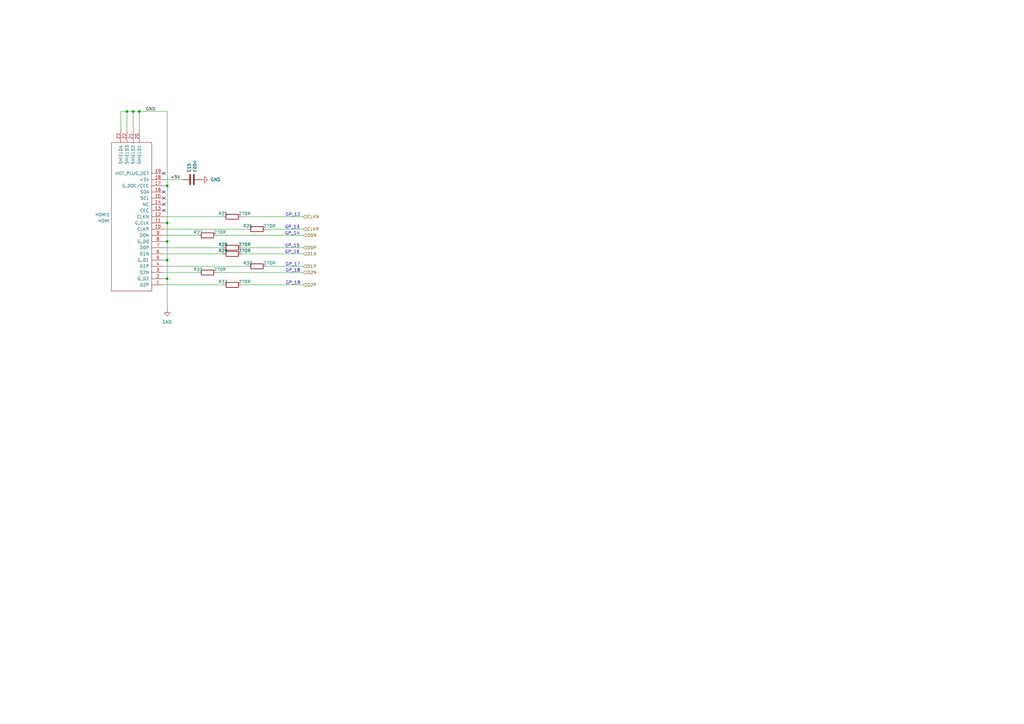
<source format=kicad_sch>
(kicad_sch (version 20231120) (generator "eeschema") (generator_version "8.0")
  (paper "A3")
  (title_block (title "Valera") (date "2025-01-08") (rev "1.0") (company "Mikhail Matveev") (comment 1 "https://github.com/xtremespb/valera"))
  (lib_symbols
    (symbol "Device:C" (pin_numbers hide) (pin_names (offset 0.254))
      (property "Reference" "C" (at 0.635 2.54 0))
      (property "Value" "C" (at 0.635 -2.54 0))
      (symbol "C_0_1"
        (polyline (pts (xy -2.032 -0.762) (xy 2.032 -0.762)) (stroke (width 0.508)))
        (polyline (pts (xy -2.032 0.762) (xy 2.032 0.762)) (stroke (width 0.508)))
      )
      (symbol "C_1_1"
        (pin passive line (at 0 3.81 270) (length 2.794) (name "~") (number "1"))
        (pin passive line (at 0 -3.81 90) (length 2.794) (name "~") (number "2"))
      )
    )
    (symbol "Device:R" (pin_numbers hide) (pin_names (offset 0))
      (property "Reference" "R" (at 2.032 0 90))
      (property "Value" "R" (at 0 0 90))
      (symbol "R_0_1"
        (rectangle (start -1.016 -2.54) (end 1.016 2.54) (stroke (width 0.254)))
      )
      (symbol "R_1_1"
        (pin passive line (at 0 3.81 270) (length 1.27) (name "~") (number "1"))
        (pin passive line (at 0 -3.81 90) (length 1.27) (name "~") (number "2"))
      )
    )
    (symbol "GND_2" (power) (pin_numbers hide) (pin_names (offset 0) hide)
      (property "Value" "GND" (at 0 -3.81 0))
      (symbol "GND_2_0_1"
        (polyline (pts (xy 0 0) (xy 0 -1.27) (xy 1.27 -1.27) (xy 0 -2.54) (xy -1.27 -1.27) (xy 0 -1.27)))
      )
      (symbol "GND_2_1_1"
        (pin power_in line (at 0 0 270) (length 0) (name "~") (number "1"))
      )
    )
    (symbol "R40:HDMI" (pin_names (offset 1.016))
      (property "Reference" "CN" (at -1.27 16.51 0))
      (property "Value" "HDMI" (at 7.62 16.51 0))
      (symbol "HDMI_0_1"
        (rectangle (start -5.08 15.24) (end 11.43 -45.72))
      )
      (symbol "HDMI_1_1"
        (pin input line (at -10.16 12.7 0) (length 5.08) (name "D2P") (number "1"))
        (pin input line (at -10.16 -10.16 0) (length 5.08) (name "CLKP") (number "10"))
        (pin input line (at -10.16 -12.7 0) (length 5.08) (name "G_CLK") (number "11"))
        (pin input line (at -10.16 -15.24 0) (length 5.08) (name "CLKN") (number "12"))
        (pin input line (at -10.16 -17.78 0) (length 5.08) (name "CEC") (number "13"))
        (pin input line (at -10.16 -20.32 0) (length 5.08) (name "NC") (number "14"))
        (pin input line (at -10.16 -22.86 0) (length 5.08) (name "SCL") (number "15"))
        (pin input line (at -10.16 -25.4 0) (length 5.08) (name "SDA") (number "16"))
        (pin input line (at -10.16 -27.94 0) (length 5.08) (name "G_DDC/CEC") (number "17"))
        (pin input line (at -10.16 -30.48 0) (length 5.08) (name "+5V") (number "18"))
        (pin input line (at -10.16 -33.02 0) (length 5.08) (name "HOT_PLUG_DET") (number "19"))
        (pin input line (at -10.16 10.16 0) (length 5.08) (name "G_D2") (number "2"))
        (pin input line (at 0 -50.8 90) (length 5.08) (name "SHIELD1") (number "20"))
        (pin input line (at 2.54 -50.8 90) (length 5.08) (name "SHIELD2") (number "21"))
        (pin input line (at 5.08 -50.8 90) (length 5.08) (name "SHIELD3") (number "22"))
        (pin input line (at 7.62 -50.8 90) (length 5.08) (name "SHIELD4") (number "23"))
        (pin input line (at -10.16 7.62 0) (length 5.08) (name "D2N") (number "3"))
        (pin input line (at -10.16 5.08 0) (length 5.08) (name "D1P") (number "4"))
        (pin input line (at -10.16 2.54 0) (length 5.08) (name "G_D1") (number "5"))
        (pin input line (at -10.16 0 0) (length 5.08) (name "D1N") (number "6"))
        (pin input line (at -10.16 -2.54 0) (length 5.08) (name "D0P") (number "7"))
        (pin input line (at -10.16 -5.08 0) (length 5.08) (name "G_D0") (number "8"))
        (pin input line (at -10.16 -7.62 0) (length 5.08) (name "D0N") (number "9"))
      )
    )
  )
  (junction (at 57.15 45.72))
  (junction (at 68.58 106.68))
  (junction (at 68.58 99.06))
  (junction (at 68.58 91.44))
  (junction (at 68.58 114.3))
  (junction (at 54.61 45.72))
  (junction (at 52.07 45.72))
  (junction (at 68.58 76.2))
  (no_connect (at 67.31 83.82))
  (no_connect (at 67.31 81.28))
  (no_connect (at 67.31 71.12))
  (no_connect (at 67.31 78.74))
  (no_connect (at 67.31 86.36))
  (wire (pts (xy 88.9 96.52) (xy 124.46 96.52)))
  (wire (pts (xy 54.61 45.72) (xy 52.07 45.72)))
  (wire (pts (xy 99.06 116.84) (xy 124.46 116.84)))
  (wire (pts (xy 52.07 45.72) (xy 52.07 53.34)))
  (wire (pts (xy 99.06 104.14) (xy 124.46 104.14)))
  (wire (pts (xy 68.58 76.2) (xy 68.58 45.72)))
  (wire (pts (xy 67.31 104.14) (xy 91.44 104.14)))
  (wire (pts (xy 68.58 91.44) (xy 68.58 99.06)))
  (wire (pts (xy 68.58 106.68) (xy 68.58 114.3)))
  (wire (pts (xy 68.58 91.44) (xy 68.58 76.2)))
  (wire (pts (xy 67.31 96.52) (xy 81.28 96.52)))
  (wire (pts (xy 67.31 99.06) (xy 68.58 99.06)))
  (wire (pts (xy 99.06 101.6) (xy 124.46 101.6)))
  (wire (pts (xy 67.31 73.66) (xy 74.93 73.66)))
  (wire (pts (xy 67.31 93.98) (xy 101.6 93.98)))
  (wire (pts (xy 68.58 114.3) (xy 68.58 127)))
  (wire (pts (xy 88.9 111.76) (xy 124.46 111.76)))
  (wire (pts (xy 67.31 76.2) (xy 68.58 76.2)))
  (wire (pts (xy 99.06 88.9) (xy 124.46 88.9)))
  (wire (pts (xy 67.31 116.84) (xy 91.44 116.84)))
  (wire (pts (xy 57.15 45.72) (xy 57.15 53.34)))
  (wire (pts (xy 68.58 99.06) (xy 68.58 106.68)))
  (wire (pts (xy 67.31 111.76) (xy 81.28 111.76)))
  (wire (pts (xy 109.22 93.98) (xy 124.46 93.98)))
  (wire (pts (xy 67.31 109.22) (xy 101.6 109.22)))
  (wire (pts (xy 52.07 45.72) (xy 49.53 45.72)))
  (wire (pts (xy 67.31 91.44) (xy 68.58 91.44)))
  (wire (pts (xy 49.53 45.72) (xy 49.53 53.34)))
  (wire (pts (xy 68.58 45.72) (xy 57.15 45.72)))
  (wire (pts (xy 57.15 45.72) (xy 54.61 45.72)))
  (wire (pts (xy 109.22 109.22) (xy 124.46 109.22)))
  (wire (pts (xy 67.31 101.6) (xy 91.44 101.6)))
  (wire (pts (xy 54.61 45.72) (xy 54.61 53.34)))
  (wire (pts (xy 67.31 88.9) (xy 91.44 88.9)))
  (wire (pts (xy 67.31 106.68) (xy 68.58 106.68)))
  (wire (pts (xy 67.31 114.3) (xy 68.58 114.3)))
  (text "GP_14" (at 119.888 95.758 0) (effects (font (size 1.27 1.27))))
  (text "GP_16" (at 119.888 103.378 0) (effects (font (size 1.27 1.27))))
  (text "GP_18" (at 120.142 110.998 0) (effects (font (size 1.27 1.27))))
  (text "GP_17" (at 120.142 108.458 0) (effects (font (size 1.27 1.27))))
  (text "GP_19" (at 120.142 116.078 0) (effects (font (size 1.27 1.27))))
  (text "GP_13" (at 119.888 93.218 0) (effects (font (size 1.27 1.27))))
  (text "GP_15" (at 119.888 100.838 0) (effects (font (size 1.27 1.27))))
  (text "GP_12" (at 120.142 88.138 0) (effects (font (size 1.27 1.27))))
  (label "+5V" (at 69.85 73.66 0))
  (label "GND" (at 59.69 45.72 0))
  (hierarchical_label "D0P" (shape input) (at 124.46 101.6 0))
  (hierarchical_label "CLKN" (shape input) (at 124.46 88.9 0))
  (hierarchical_label "CLKP" (shape input) (at 124.46 93.98 0))
  (hierarchical_label "D0N" (shape input) (at 124.46 96.52 0))
  (hierarchical_label "D1N" (shape input) (at 124.46 104.14 0))
  (hierarchical_label "D2N" (shape input) (at 124.46 111.76 0))
  (hierarchical_label "D2P" (shape input) (at 124.46 116.84 0))
  (hierarchical_label "D1P" (shape input) (at 124.46 109.22 0))
  (symbol (lib_id "Device:R") (at 105.41 93.98 90) (unit 1)
    (property "Reference" "R26" (at 101.6 92.71 90))
    (property "Value" "270R" (at 110.49 92.71 90))
    (property "Footprint" "LIBS:R_0805" (effects (hide yes)))
  )
  (symbol (lib_name "GND_2") (lib_id "power:GND") (at 82.55 73.66 90) (unit 1)
    (property "Reference" "#PWR027" (effects (hide yes)))
    (property "Value" "GND" (at 86.36 73.6599 90) (effects (justify right)))
    (property "Description" "Power symbol creates a global label with name \"GND\" , ground" (effects (hide yes)))
  )
  (symbol (lib_id "Device:R") (at 95.25 101.6 90) (unit 1)
    (property "Reference" "R28" (at 91.44 100.33 90))
    (property "Value" "270R" (at 100.33 100.33 90))
    (property "Footprint" "LIBS:R_0805" (effects (hide yes)))
  )
  (symbol (lib_id "Device:R") (at 95.25 104.14 90) (unit 1)
    (property "Reference" "R29" (at 91.44 102.87 90))
    (property "Value" "270R" (at 100.33 102.87 90))
    (property "Footprint" "LIBS:R_0805" (effects (hide yes)))
  )
  (symbol (lib_id "Device:R") (at 85.09 96.52 90) (unit 1)
    (property "Reference" "R27" (at 81.28 95.25 90))
    (property "Value" "270R" (at 90.17 95.25 90))
    (property "Footprint" "LIBS:R_0805" (effects (hide yes)))
  )
  (symbol (lib_id "Device:R") (at 95.25 116.84 90) (unit 1)
    (property "Reference" "R32" (at 91.44 115.57 90))
    (property "Value" "270R" (at 100.33 115.57 90))
    (property "Footprint" "LIBS:R_0805" (effects (hide yes)))
  )
  (symbol (lib_id "Device:R") (at 105.41 109.22 90) (unit 1)
    (property "Reference" "R30" (at 101.6 107.95 90))
    (property "Value" "270R" (at 110.49 107.95 90))
    (property "Footprint" "LIBS:R_0805" (effects (hide yes)))
  )
  (symbol (lib_id "Device:R") (at 95.25 88.9 90) (unit 1)
    (property "Reference" "R25" (at 91.44 87.63 90))
    (property "Value" "270R" (at 100.33 87.63 90))
    (property "Footprint" "LIBS:R_0805" (effects (hide yes)))
  )
  (symbol (lib_id "Device:R") (at 85.09 111.76 90) (unit 1)
    (property "Reference" "R31" (at 81.28 110.49 90))
    (property "Value" "270R" (at 90.17 110.49 90))
    (property "Footprint" "LIBS:R_0805" (effects (hide yes)))
  )
  (symbol (lib_name "GND_2") (lib_id "power:GND") (at 68.58 127 0) (unit 1)
    (property "Reference" "#PWR028" (effects (hide yes)))
    (property "Value" "GND" (at 68.58 132.08 0))
    (property "Description" "Power symbol creates a global label with name \"GND\" , ground" (effects (hide yes)))
  )
  (symbol (lib_id "Device:C") (at 78.74 73.66 90) (unit 1)
    (property "Reference" "C15" (at 77.5716 70.739 0) (effects (justify left)))
    (property "Value" "100n" (at 79.883 70.739 0) (effects (justify left)))
    (property "Footprint" "LIBS:C_0805" (effects (hide yes)))
  )
  (symbol (lib_id "R40:HDMI") (at 57.15 104.14 180) (unit 1)
    (property "Reference" "HDMI1" (at 45.0851 88.0653 0) (effects (justify left)))
    (property "Value" "HDMI" (at 45.0851 90.6022 0) (effects (justify left)))
    (property "Footprint" "LIBS:HDMI" (effects (hide yes)))
  )
)
</source>
